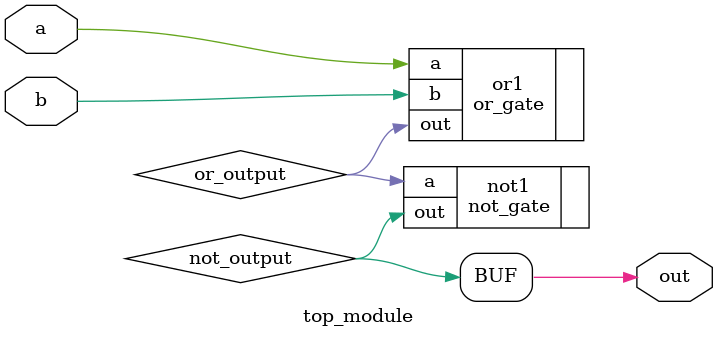
<source format=sv>
module top_module(
	input a, 
	input b,
	output out
);
	// Define internal wires
	wire or_output;
	wire not_output;
	
	// Instantiate OR gate
	or_gate or1(.a(a), .b(b), .out(or_output));
	
 	// Instantiate inverter
 	not_gate not1(.a(or_output), .out(not_output));

  	// Assign output
  	assign out = not_output;
  
endmodule

</source>
